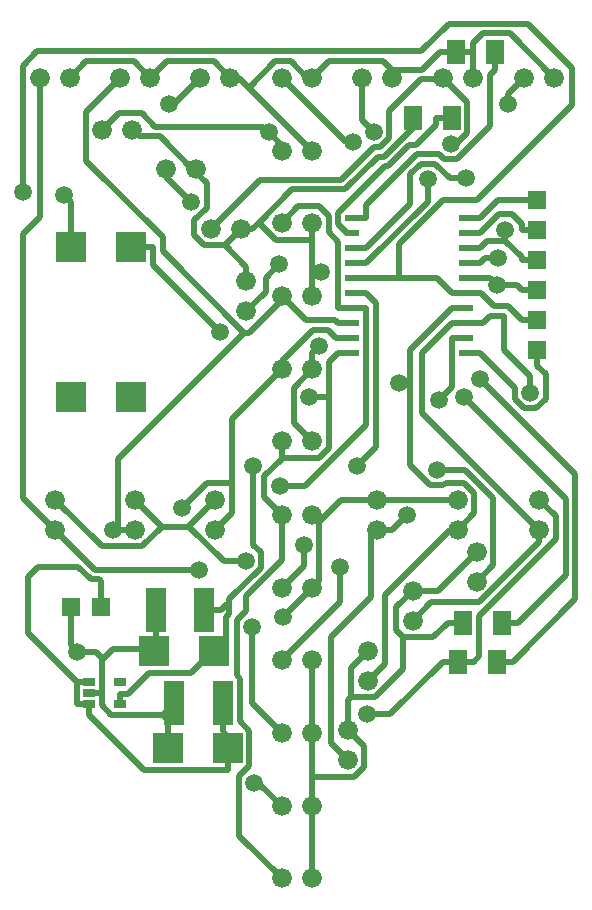
<source format=gbl>
G04 (created by PCBNEW (2013-may-18)-stable) date Thu 08 Oct 2015 06:06:15 PM EEST*
%MOIN*%
G04 Gerber Fmt 3.4, Leading zero omitted, Abs format*
%FSLAX34Y34*%
G01*
G70*
G90*
G04 APERTURE LIST*
%ADD10C,0.00590551*%
%ADD11R,0.05X0.02*%
%ADD12R,0.06X0.08*%
%ADD13R,0.1X0.1*%
%ADD14C,0.066*%
%ADD15R,0.06X0.06*%
%ADD16R,0.0393701X0.0275591*%
%ADD17R,0.1004X0.0984*%
%ADD18R,0.0709X0.1457*%
%ADD19C,0.0590551*%
%ADD20C,0.019685*%
G04 APERTURE END LIST*
G54D10*
G54D11*
X71557Y-35765D03*
X71557Y-35265D03*
X71557Y-34765D03*
X71557Y-34265D03*
X71557Y-33765D03*
X71557Y-33265D03*
X71557Y-32765D03*
X71557Y-32265D03*
X71557Y-31765D03*
X71557Y-31265D03*
X75357Y-31265D03*
X75357Y-31765D03*
X75357Y-32265D03*
X75357Y-32765D03*
X75357Y-33265D03*
X75357Y-33765D03*
X75357Y-34265D03*
X75357Y-34765D03*
X75357Y-35265D03*
X75357Y-35765D03*
G54D12*
X76573Y-44740D03*
X75273Y-44740D03*
X76397Y-46039D03*
X75097Y-46039D03*
X74876Y-27912D03*
X73576Y-27912D03*
X76320Y-25717D03*
X75020Y-25717D03*
G54D13*
X62202Y-32223D03*
X62202Y-37223D03*
X64202Y-32223D03*
X64202Y-37223D03*
G54D14*
X69224Y-43582D03*
X70224Y-43582D03*
X71901Y-26574D03*
X72901Y-26574D03*
X77795Y-41641D03*
X77795Y-40641D03*
X75078Y-41641D03*
X75078Y-40641D03*
X64330Y-41641D03*
X64330Y-40641D03*
X61653Y-41641D03*
X61653Y-40641D03*
X71417Y-49318D03*
X71417Y-48318D03*
X69224Y-53267D03*
X70224Y-53267D03*
X69224Y-50866D03*
X70224Y-50866D03*
X75708Y-43374D03*
X75708Y-42374D03*
X73582Y-44673D03*
X73582Y-43673D03*
X72086Y-46681D03*
X72086Y-45681D03*
X69224Y-48425D03*
X70224Y-48425D03*
X69224Y-45984D03*
X70224Y-45984D03*
X69224Y-41141D03*
X70224Y-41141D03*
X69224Y-26574D03*
X70224Y-26574D03*
X66507Y-26574D03*
X67507Y-26574D03*
X69224Y-29015D03*
X70224Y-29015D03*
X77295Y-26574D03*
X78295Y-26574D03*
X74578Y-26574D03*
X75578Y-26574D03*
X63830Y-26574D03*
X64830Y-26574D03*
X61153Y-26574D03*
X62153Y-26574D03*
X68031Y-34358D03*
X68031Y-33358D03*
X69224Y-38700D03*
X70224Y-38700D03*
X69224Y-36299D03*
X70224Y-36299D03*
X63240Y-28307D03*
X64240Y-28307D03*
X65366Y-29606D03*
X66366Y-29606D03*
X66862Y-31614D03*
X67862Y-31614D03*
X69224Y-33858D03*
X70224Y-33858D03*
X69224Y-31417D03*
X70224Y-31417D03*
X72401Y-41641D03*
X72401Y-40641D03*
X67007Y-41641D03*
X67007Y-40641D03*
G54D15*
X63177Y-44212D03*
X62177Y-44212D03*
X77740Y-30663D03*
X77740Y-31663D03*
X77740Y-32663D03*
X77740Y-33663D03*
X77740Y-34663D03*
X77740Y-35663D03*
G54D16*
X63818Y-47460D03*
X63818Y-46712D03*
X62799Y-47460D03*
X62799Y-47086D03*
X62799Y-46712D03*
G54D17*
X66949Y-45700D03*
X64961Y-45700D03*
X67416Y-48935D03*
X65428Y-48935D03*
G54D18*
X65632Y-47424D03*
X67246Y-47424D03*
X66622Y-44323D03*
X65008Y-44323D03*
G54D19*
X75837Y-36604D03*
X75372Y-29907D03*
X63575Y-41649D03*
X68235Y-44872D03*
X74851Y-28780D03*
X73111Y-36747D03*
X76749Y-27450D03*
X66197Y-30715D03*
X77491Y-37086D03*
X68780Y-28396D03*
X74393Y-39639D03*
X76674Y-31640D03*
X69950Y-42160D03*
X65471Y-27447D03*
X68306Y-50081D03*
X65893Y-40921D03*
X70122Y-37233D03*
X71603Y-28706D03*
X72279Y-28379D03*
X76417Y-32599D03*
X73375Y-41169D03*
X69127Y-32802D03*
X70513Y-33042D03*
X70461Y-35515D03*
X76375Y-33492D03*
X68256Y-39517D03*
X71720Y-39530D03*
X69259Y-44555D03*
X68008Y-42698D03*
X72071Y-47780D03*
X60590Y-30393D03*
X62401Y-45708D03*
X61968Y-30472D03*
X67173Y-35059D03*
X74449Y-37317D03*
X75293Y-37220D03*
X74075Y-29950D03*
X71171Y-42874D03*
X69144Y-40187D03*
X66441Y-42972D03*
G54D20*
X73498Y-30791D02*
X72024Y-32265D01*
X73498Y-29803D02*
X73498Y-30791D01*
X73863Y-29438D02*
X73498Y-29803D01*
X74339Y-29438D02*
X73863Y-29438D01*
X74808Y-29907D02*
X74339Y-29438D01*
X75372Y-29907D02*
X74808Y-29907D01*
X71557Y-32265D02*
X72024Y-32265D01*
X76397Y-46039D02*
X76914Y-46039D01*
X79004Y-43948D02*
X76914Y-46039D01*
X79004Y-39771D02*
X79004Y-43948D01*
X75837Y-36604D02*
X79004Y-39771D01*
X71557Y-34765D02*
X71090Y-34765D01*
X64330Y-41641D02*
X63770Y-41641D01*
X63583Y-41641D02*
X63575Y-41649D01*
X63770Y-41641D02*
X63583Y-41641D01*
X68113Y-35073D02*
X69276Y-33910D01*
X67969Y-35073D02*
X68113Y-35073D01*
X69224Y-33858D02*
X69276Y-33910D01*
X70986Y-34660D02*
X71090Y-34765D01*
X70027Y-34660D02*
X70986Y-34660D01*
X69276Y-33910D02*
X70027Y-34660D01*
X63770Y-39273D02*
X67969Y-35073D01*
X63770Y-41641D02*
X63770Y-39273D01*
X68235Y-47436D02*
X68235Y-44872D01*
X69224Y-48425D02*
X68235Y-47436D01*
X65247Y-32351D02*
X67969Y-35073D01*
X65247Y-31899D02*
X65247Y-32351D01*
X62689Y-29342D02*
X65247Y-31899D01*
X62689Y-27715D02*
X62689Y-29342D01*
X63830Y-26574D02*
X62689Y-27715D01*
X75028Y-28780D02*
X74851Y-28780D01*
X75395Y-28413D02*
X75028Y-28780D01*
X75395Y-27391D02*
X75395Y-28413D01*
X74578Y-26574D02*
X75395Y-27391D01*
X75357Y-34265D02*
X74890Y-34265D01*
X72647Y-46120D02*
X72086Y-46681D01*
X72647Y-43815D02*
X72647Y-46120D01*
X74820Y-41641D02*
X72647Y-43815D01*
X75078Y-41641D02*
X74820Y-41641D01*
X75629Y-41091D02*
X75078Y-41641D01*
X75629Y-40404D02*
X75629Y-41091D01*
X75306Y-40081D02*
X75629Y-40404D01*
X74675Y-40081D02*
X75306Y-40081D01*
X74605Y-40151D02*
X74675Y-40081D01*
X74167Y-40151D02*
X74605Y-40151D01*
X73494Y-39478D02*
X74167Y-40151D01*
X73494Y-36747D02*
X73494Y-39478D01*
X73494Y-35661D02*
X73494Y-36747D01*
X74890Y-34265D02*
X73494Y-35661D01*
X73494Y-36747D02*
X73111Y-36747D01*
X74524Y-26628D02*
X74578Y-26574D01*
X73852Y-26628D02*
X74524Y-26628D01*
X72791Y-27690D02*
X73852Y-26628D01*
X72791Y-28591D02*
X72791Y-27690D01*
X72491Y-28890D02*
X72791Y-28591D01*
X72297Y-28890D02*
X72491Y-28890D01*
X71207Y-29980D02*
X72297Y-28890D01*
X68495Y-29980D02*
X71207Y-29980D01*
X66862Y-31614D02*
X68495Y-29980D01*
X76167Y-34517D02*
X76618Y-34517D01*
X75920Y-34765D02*
X75357Y-34765D01*
X76167Y-34517D02*
X75920Y-34765D01*
X75357Y-34765D02*
X74890Y-34765D01*
X77491Y-36529D02*
X77491Y-37086D01*
X76618Y-35656D02*
X77491Y-36529D01*
X76618Y-34517D02*
X76618Y-35656D01*
X74188Y-44067D02*
X73582Y-44673D01*
X75794Y-44067D02*
X74188Y-44067D01*
X77795Y-42066D02*
X75794Y-44067D01*
X77795Y-41641D02*
X77795Y-42066D01*
X65366Y-29883D02*
X66197Y-30715D01*
X65366Y-29606D02*
X65366Y-29883D01*
X76749Y-27120D02*
X76749Y-27450D01*
X77295Y-26574D02*
X76749Y-27120D01*
X73907Y-37754D02*
X77795Y-41641D01*
X73907Y-35748D02*
X73907Y-37754D01*
X74890Y-34765D02*
X73907Y-35748D01*
X69224Y-28840D02*
X68780Y-28396D01*
X69224Y-29015D02*
X69224Y-28840D01*
X75357Y-32265D02*
X75824Y-32265D01*
X76071Y-32017D02*
X75824Y-32265D01*
X76674Y-32017D02*
X76071Y-32017D01*
X76674Y-32017D02*
X76674Y-31640D01*
X77223Y-32567D02*
X77223Y-32663D01*
X76674Y-32017D02*
X77223Y-32567D01*
X77740Y-32663D02*
X77223Y-32663D01*
X68588Y-28205D02*
X68780Y-28396D01*
X65003Y-28205D02*
X68588Y-28205D01*
X64557Y-27759D02*
X65003Y-28205D01*
X63788Y-27759D02*
X64557Y-27759D01*
X63240Y-28307D02*
X63788Y-27759D01*
X69950Y-42160D02*
X69950Y-42160D01*
X69950Y-42856D02*
X69950Y-42160D01*
X69224Y-43582D02*
X69950Y-42856D01*
X75310Y-39639D02*
X74393Y-39639D01*
X76268Y-40597D02*
X75310Y-39639D01*
X76268Y-42814D02*
X76268Y-40597D01*
X75708Y-43374D02*
X76268Y-42814D01*
X66720Y-40093D02*
X65893Y-40921D01*
X67556Y-40093D02*
X66720Y-40093D01*
X67556Y-37967D02*
X67556Y-40093D01*
X69224Y-36299D02*
X67556Y-37967D01*
X67556Y-41093D02*
X67007Y-41641D01*
X67556Y-40093D02*
X67556Y-41093D01*
X71038Y-35265D02*
X71557Y-35265D01*
X70774Y-35000D02*
X71038Y-35265D01*
X70251Y-35000D02*
X70774Y-35000D01*
X69224Y-36028D02*
X70251Y-35000D01*
X69224Y-36299D02*
X69224Y-36028D01*
X68440Y-50081D02*
X68306Y-50081D01*
X69224Y-50866D02*
X68440Y-50081D01*
X65634Y-27447D02*
X65471Y-27447D01*
X66507Y-26574D02*
X65634Y-27447D01*
X69224Y-38700D02*
X69224Y-39250D01*
X70790Y-37233D02*
X70122Y-37233D01*
X70467Y-39250D02*
X69224Y-39250D01*
X70790Y-38927D02*
X70467Y-39250D01*
X70790Y-37233D02*
X70790Y-38927D01*
X70790Y-36065D02*
X71090Y-35765D01*
X70790Y-37233D02*
X70790Y-36065D01*
X71557Y-35765D02*
X71090Y-35765D01*
X68632Y-40549D02*
X69224Y-41141D01*
X68632Y-39864D02*
X68632Y-40549D01*
X69224Y-39272D02*
X68632Y-39864D01*
X69224Y-39250D02*
X69224Y-39272D01*
X67794Y-51838D02*
X69224Y-53267D01*
X67794Y-49869D02*
X67794Y-51838D01*
X68136Y-49528D02*
X67794Y-49869D01*
X68136Y-48340D02*
X68136Y-49528D01*
X67830Y-48035D02*
X68136Y-48340D01*
X67830Y-46606D02*
X67830Y-48035D01*
X67718Y-46493D02*
X67830Y-46606D01*
X67718Y-44665D02*
X67718Y-46493D01*
X68023Y-44360D02*
X67718Y-44665D01*
X68023Y-43853D02*
X68023Y-44360D01*
X69224Y-42652D02*
X68023Y-43853D01*
X69224Y-41141D02*
X69224Y-42652D01*
X71355Y-28706D02*
X71603Y-28706D01*
X69224Y-26574D02*
X71355Y-28706D01*
X72903Y-41641D02*
X73375Y-41169D01*
X72401Y-41641D02*
X72903Y-41641D01*
X68677Y-33712D02*
X68031Y-34358D01*
X68677Y-33252D02*
X68677Y-33712D01*
X69127Y-32802D02*
X68677Y-33252D01*
X75357Y-32765D02*
X75824Y-32765D01*
X75989Y-32599D02*
X76417Y-32599D01*
X75824Y-32765D02*
X75989Y-32599D01*
X72183Y-41860D02*
X72401Y-41641D01*
X72183Y-43891D02*
X72183Y-41860D01*
X70869Y-45205D02*
X72183Y-43891D01*
X70869Y-48770D02*
X70869Y-45205D01*
X71417Y-49318D02*
X70869Y-48770D01*
X71901Y-28001D02*
X72279Y-28379D01*
X71901Y-26574D02*
X71901Y-28001D01*
X66299Y-29672D02*
X66366Y-29606D01*
X70224Y-33858D02*
X70224Y-33042D01*
X70224Y-31417D02*
X70224Y-31977D01*
X70224Y-31977D02*
X70224Y-33042D01*
X69011Y-31977D02*
X68442Y-31408D01*
X70224Y-31977D02*
X69011Y-31977D01*
X68236Y-31614D02*
X67862Y-31614D01*
X68442Y-31408D02*
X68236Y-31614D01*
X68031Y-32880D02*
X68031Y-33358D01*
X67313Y-32162D02*
X68031Y-32880D01*
X67862Y-31614D02*
X67313Y-32162D01*
X70224Y-35752D02*
X70461Y-35515D01*
X70224Y-36299D02*
X70224Y-35752D01*
X69610Y-38087D02*
X70224Y-38700D01*
X69610Y-36912D02*
X69610Y-38087D01*
X70224Y-36299D02*
X69610Y-36912D01*
X65147Y-28520D02*
X66299Y-29672D01*
X64453Y-28520D02*
X65147Y-28520D01*
X64240Y-28307D02*
X64453Y-28520D01*
X66709Y-30082D02*
X66299Y-29672D01*
X66709Y-30927D02*
X66709Y-30082D01*
X66299Y-31336D02*
X66709Y-30927D01*
X66299Y-31829D02*
X66299Y-31336D01*
X66633Y-32162D02*
X66299Y-31829D01*
X67313Y-32162D02*
X66633Y-32162D01*
X73576Y-28251D02*
X73576Y-27912D01*
X72621Y-29206D02*
X73576Y-28251D01*
X72428Y-29206D02*
X72621Y-29206D01*
X71338Y-30295D02*
X72428Y-29206D01*
X69554Y-30295D02*
X71338Y-30295D01*
X68442Y-31408D02*
X69554Y-30295D01*
X70224Y-33042D02*
X70513Y-33042D01*
X71557Y-33765D02*
X72024Y-33765D01*
X72358Y-38892D02*
X71720Y-39530D01*
X72358Y-34099D02*
X72358Y-38892D01*
X72024Y-33765D02*
X72358Y-34099D01*
X76148Y-33265D02*
X75357Y-33265D01*
X76375Y-33492D02*
X76148Y-33265D01*
X77052Y-33492D02*
X77223Y-33663D01*
X76375Y-33492D02*
X77052Y-33492D01*
X77740Y-33663D02*
X77223Y-33663D01*
X63818Y-47460D02*
X63818Y-47106D01*
X66922Y-45672D02*
X66949Y-45700D01*
X66185Y-46409D02*
X66922Y-45672D01*
X64787Y-46409D02*
X66185Y-46409D01*
X64090Y-47106D02*
X64787Y-46409D01*
X63818Y-47106D02*
X64090Y-47106D01*
X66622Y-44323D02*
X67193Y-44323D01*
X67393Y-44123D02*
X67193Y-44323D01*
X67460Y-44123D02*
X67393Y-44123D01*
X68256Y-42138D02*
X68256Y-39517D01*
X68520Y-42403D02*
X68256Y-42138D01*
X68520Y-42910D02*
X68520Y-42403D01*
X67460Y-43970D02*
X68520Y-42910D01*
X67460Y-44123D02*
X67460Y-43970D01*
X67460Y-44123D02*
X67460Y-44446D01*
X67365Y-45229D02*
X66922Y-45672D01*
X67365Y-44541D02*
X67365Y-45229D01*
X67460Y-44446D02*
X67365Y-44541D01*
X74876Y-27912D02*
X74360Y-27912D01*
X74360Y-28144D02*
X74360Y-27912D01*
X73696Y-28808D02*
X74360Y-28144D01*
X73465Y-28808D02*
X73696Y-28808D01*
X72752Y-29521D02*
X73465Y-28808D01*
X72645Y-29521D02*
X72752Y-29521D01*
X71090Y-31075D02*
X72645Y-29521D01*
X71090Y-31461D02*
X71090Y-31075D01*
X71394Y-31765D02*
X71090Y-31461D01*
X71557Y-31765D02*
X71394Y-31765D01*
X70224Y-48425D02*
X70224Y-49878D01*
X71968Y-48869D02*
X71417Y-48318D01*
X71968Y-49544D02*
X71968Y-48869D01*
X71633Y-49878D02*
X71968Y-49544D01*
X70224Y-49878D02*
X71633Y-49878D01*
X70224Y-49878D02*
X70224Y-50866D01*
X70224Y-50866D02*
X70224Y-53267D01*
X74409Y-43673D02*
X75708Y-42374D01*
X73582Y-43673D02*
X74409Y-43673D01*
X70224Y-45984D02*
X70224Y-48425D01*
X71417Y-47319D02*
X71508Y-47228D01*
X71417Y-48318D02*
X71417Y-47319D01*
X71508Y-46259D02*
X72086Y-45681D01*
X71508Y-47228D02*
X71508Y-46259D01*
X75273Y-44740D02*
X74756Y-44740D01*
X73021Y-44234D02*
X73582Y-43673D01*
X73021Y-44983D02*
X73021Y-44234D01*
X73263Y-45225D02*
X73021Y-44983D01*
X74271Y-45225D02*
X73263Y-45225D01*
X74756Y-44740D02*
X74271Y-45225D01*
X72315Y-47228D02*
X71508Y-47228D01*
X73263Y-46280D02*
X72315Y-47228D01*
X73263Y-45225D02*
X73263Y-46280D01*
X64330Y-40641D02*
X65231Y-41542D01*
X75078Y-40641D02*
X72401Y-40641D01*
X75097Y-46039D02*
X75614Y-46039D01*
X75795Y-45858D02*
X75614Y-46039D01*
X75795Y-44512D02*
X75795Y-45858D01*
X78353Y-41953D02*
X75795Y-44512D01*
X78353Y-41200D02*
X78353Y-41953D01*
X77795Y-40641D02*
X78353Y-41200D01*
X63214Y-42202D02*
X61653Y-40641D01*
X64570Y-42202D02*
X63214Y-42202D01*
X65231Y-41542D02*
X64570Y-42202D01*
X75097Y-46039D02*
X74580Y-46039D01*
X72839Y-47780D02*
X72071Y-47780D01*
X74580Y-46039D02*
X72839Y-47780D01*
X71201Y-40641D02*
X70462Y-41380D01*
X72401Y-40641D02*
X71201Y-40641D01*
X70462Y-43344D02*
X70462Y-41380D01*
X70224Y-43582D02*
X70462Y-43344D01*
X70462Y-41380D02*
X70224Y-41141D01*
X66124Y-41525D02*
X67007Y-40641D01*
X66124Y-41542D02*
X66124Y-41525D01*
X66124Y-41542D02*
X65231Y-41542D01*
X67280Y-42698D02*
X66124Y-41542D01*
X68008Y-42698D02*
X67280Y-42698D01*
X70224Y-43590D02*
X69259Y-44555D01*
X70224Y-43582D02*
X70224Y-43590D01*
X65385Y-26019D02*
X64830Y-26574D01*
X66952Y-26019D02*
X65385Y-26019D01*
X67507Y-26574D02*
X66952Y-26019D01*
X75020Y-25717D02*
X75537Y-25717D01*
X75537Y-25717D02*
X75578Y-25717D01*
X75578Y-26574D02*
X75578Y-25717D01*
X76820Y-25100D02*
X78295Y-26574D01*
X75911Y-25100D02*
X76820Y-25100D01*
X75578Y-25433D02*
X75911Y-25100D01*
X75578Y-25717D02*
X75578Y-25433D01*
X75020Y-25717D02*
X74503Y-25717D01*
X70058Y-26574D02*
X70224Y-26574D01*
X69511Y-26028D02*
X70058Y-26574D01*
X68996Y-26028D02*
X69511Y-26028D01*
X68116Y-26907D02*
X68996Y-26028D01*
X67783Y-26574D02*
X68116Y-26907D01*
X67507Y-26574D02*
X67783Y-26574D01*
X68116Y-26907D02*
X70224Y-29015D01*
X73907Y-26313D02*
X74503Y-25717D01*
X72901Y-26313D02*
X73907Y-26313D01*
X72901Y-26574D02*
X72901Y-26313D01*
X70781Y-26017D02*
X70224Y-26574D01*
X72605Y-26017D02*
X70781Y-26017D01*
X72901Y-26313D02*
X72605Y-26017D01*
X62700Y-26028D02*
X62153Y-26574D01*
X64284Y-26028D02*
X62700Y-26028D01*
X64830Y-26574D02*
X64284Y-26028D01*
X63177Y-44212D02*
X63177Y-43338D01*
X60748Y-45074D02*
X62385Y-46712D01*
X60748Y-43228D02*
X60748Y-45074D01*
X61102Y-42874D02*
X60748Y-43228D01*
X62440Y-42874D02*
X61102Y-42874D01*
X62853Y-43287D02*
X62440Y-42874D01*
X63125Y-43287D02*
X62853Y-43287D01*
X63177Y-43338D02*
X63125Y-43287D01*
X62799Y-46712D02*
X62385Y-46712D01*
X62799Y-47460D02*
X62385Y-47460D01*
X62385Y-47460D02*
X62385Y-46712D01*
X67246Y-47424D02*
X67246Y-48369D01*
X62799Y-47460D02*
X62799Y-47815D01*
X64627Y-49643D02*
X62799Y-47815D01*
X67416Y-49643D02*
X64627Y-49643D01*
X67416Y-48538D02*
X67416Y-48935D01*
X67246Y-48369D02*
X67416Y-48538D01*
X67416Y-48935D02*
X67416Y-49643D01*
X62401Y-45708D02*
X63031Y-45708D01*
X63031Y-45708D02*
X63260Y-45937D01*
X73110Y-33265D02*
X73110Y-32124D01*
X60590Y-26181D02*
X60590Y-30393D01*
X61069Y-25702D02*
X60590Y-26181D01*
X73864Y-25702D02*
X61069Y-25702D01*
X74781Y-24785D02*
X73864Y-25702D01*
X77423Y-24785D02*
X74781Y-24785D01*
X78897Y-26259D02*
X77423Y-24785D01*
X78897Y-27480D02*
X78897Y-26259D01*
X75733Y-30644D02*
X78897Y-27480D01*
X74589Y-30644D02*
X75733Y-30644D01*
X73110Y-32124D02*
X74589Y-30644D01*
X62177Y-44212D02*
X62177Y-45484D01*
X62177Y-45484D02*
X62401Y-45708D01*
X62202Y-30705D02*
X62202Y-32223D01*
X61968Y-30472D02*
X62202Y-30705D01*
X62799Y-47086D02*
X63212Y-47086D01*
X71557Y-33265D02*
X72024Y-33265D01*
X76745Y-34185D02*
X77223Y-34663D01*
X76292Y-34185D02*
X76745Y-34185D01*
X75872Y-33765D02*
X76292Y-34185D01*
X75357Y-33765D02*
X75872Y-33765D01*
X77740Y-34663D02*
X77223Y-34663D01*
X74390Y-33265D02*
X73110Y-33265D01*
X73110Y-33265D02*
X72024Y-33265D01*
X74890Y-33765D02*
X74390Y-33265D01*
X75357Y-33765D02*
X74890Y-33765D01*
X63212Y-47495D02*
X63212Y-47086D01*
X63539Y-47823D02*
X63212Y-47495D01*
X65262Y-47823D02*
X63539Y-47823D01*
X65632Y-47452D02*
X65632Y-47424D01*
X65262Y-47823D02*
X65632Y-47452D01*
X65428Y-47989D02*
X65428Y-48935D01*
X65262Y-47823D02*
X65428Y-47989D01*
X63212Y-45985D02*
X63260Y-45937D01*
X63212Y-47086D02*
X63212Y-47086D01*
X63212Y-47086D02*
X63212Y-45985D01*
X63260Y-45937D02*
X63581Y-45616D01*
X64906Y-45616D02*
X63581Y-45616D01*
X64906Y-45645D02*
X64961Y-45700D01*
X64906Y-45616D02*
X64906Y-45645D01*
X64906Y-45370D02*
X65008Y-45268D01*
X64906Y-45616D02*
X64906Y-45370D01*
X65008Y-44323D02*
X65008Y-45268D01*
X71557Y-31265D02*
X72024Y-31265D01*
X76152Y-26502D02*
X76320Y-26334D01*
X76152Y-28203D02*
X76152Y-26502D01*
X75063Y-29292D02*
X76152Y-28203D01*
X74639Y-29292D02*
X75063Y-29292D01*
X74469Y-29123D02*
X74639Y-29292D01*
X73728Y-29123D02*
X74469Y-29123D01*
X72024Y-30827D02*
X73728Y-29123D01*
X72024Y-31265D02*
X72024Y-30827D01*
X76320Y-25717D02*
X76320Y-26334D01*
X75357Y-31765D02*
X75824Y-31765D01*
X77223Y-31437D02*
X77223Y-31663D01*
X76901Y-31115D02*
X77223Y-31437D01*
X76474Y-31115D02*
X76901Y-31115D01*
X75824Y-31765D02*
X76474Y-31115D01*
X77740Y-31663D02*
X77223Y-31663D01*
X75357Y-35765D02*
X75824Y-35765D01*
X78013Y-36453D02*
X77740Y-36179D01*
X78013Y-37288D02*
X78013Y-36453D01*
X77703Y-37598D02*
X78013Y-37288D01*
X77279Y-37598D02*
X77703Y-37598D01*
X76979Y-37298D02*
X77279Y-37598D01*
X76979Y-36920D02*
X76979Y-37298D01*
X75824Y-35765D02*
X76979Y-36920D01*
X77740Y-35663D02*
X77740Y-36179D01*
X75357Y-35265D02*
X74890Y-35265D01*
X64202Y-32223D02*
X64918Y-32223D01*
X64918Y-32804D02*
X67173Y-35059D01*
X64918Y-32223D02*
X64918Y-32804D01*
X74890Y-36876D02*
X74449Y-37317D01*
X74890Y-35265D02*
X74890Y-36876D01*
X75357Y-31265D02*
X75824Y-31265D01*
X76426Y-30663D02*
X77740Y-30663D01*
X75824Y-31265D02*
X76426Y-30663D01*
X74075Y-30714D02*
X72024Y-32765D01*
X74075Y-29950D02*
X74075Y-30714D01*
X71557Y-32765D02*
X72024Y-32765D01*
X76573Y-44740D02*
X77089Y-44740D01*
X78681Y-43149D02*
X77089Y-44740D01*
X78681Y-40608D02*
X78681Y-43149D01*
X75293Y-37220D02*
X78681Y-40608D01*
X61153Y-26574D02*
X61153Y-31208D01*
X60590Y-40578D02*
X61653Y-41641D01*
X60590Y-31771D02*
X60590Y-40578D01*
X61153Y-31208D02*
X60590Y-31771D01*
X71090Y-32049D02*
X71090Y-34265D01*
X70775Y-31734D02*
X71090Y-32049D01*
X70775Y-31195D02*
X70775Y-31734D01*
X70450Y-30870D02*
X70775Y-31195D01*
X69771Y-30870D02*
X70450Y-30870D01*
X69224Y-31417D02*
X69771Y-30870D01*
X71557Y-34265D02*
X72024Y-34265D01*
X71557Y-34265D02*
X71090Y-34265D01*
X61653Y-41727D02*
X61643Y-41737D01*
X61653Y-41641D02*
X61653Y-41727D01*
X71171Y-44037D02*
X71171Y-42874D01*
X69224Y-45984D02*
X71171Y-44037D01*
X70002Y-40187D02*
X69144Y-40187D01*
X72024Y-38166D02*
X70002Y-40187D01*
X72024Y-34265D02*
X72024Y-38166D01*
X62984Y-42972D02*
X66441Y-42972D01*
X61653Y-41641D02*
X62984Y-42972D01*
M02*

</source>
